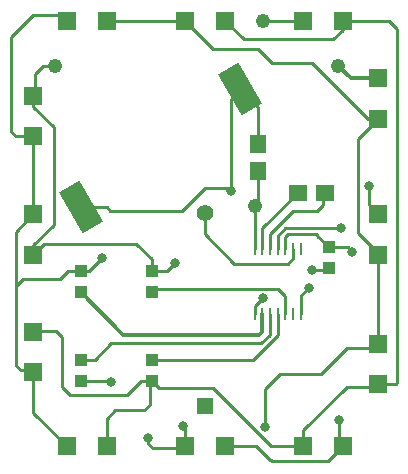
<source format=gbr>
%FSLAX23Y23*%
%MOIN*%
G04 EasyPC Gerber Version 16.0.6 Build 3249 *
%ADD15R,0.00984X0.03937*%
%ADD19R,0.03937X0.04291*%
%ADD80R,0.05500X0.06000*%
%ADD17R,0.05500X0.05500*%
%ADD14R,0.06300X0.06300*%
%ADD16R,0.06000X0.05500*%
%ADD21C,0.01000*%
%ADD23C,0.01181*%
%ADD22C,0.03200*%
%ADD20C,0.04800*%
%ADD18C,0.05500*%
%AMT71*0 Rectangle Pad at angle 30*21,1,0.07874,0.15748,0,0,30*%
%ADD71T71*%
X0Y0D02*
D02*
D14*
X4199Y4617D03*
Y4751D03*
Y5010D03*
Y5144D03*
Y5404D03*
Y5538D03*
X4310Y4373D03*
Y5790D03*
X4444Y4373D03*
Y5790D03*
X4703Y4373D03*
Y5790D03*
X4837Y4373D03*
Y5790D03*
X5097Y4373D03*
Y5790D03*
X5231Y4373D03*
Y5790D03*
X5349Y4577D03*
Y4711D03*
Y5010D03*
Y5144D03*
Y5463D03*
Y5597D03*
D02*
D15*
X4937Y4812D03*
Y5028D03*
X4962Y4812D03*
Y5028D03*
X4988Y4812D03*
Y5028D03*
X5013Y4812D03*
Y5028D03*
X5039Y4812D03*
Y5028D03*
X5065Y4812D03*
Y5028D03*
X5090Y4812D03*
Y5028D03*
D02*
D16*
X5080Y5215D03*
X5170D03*
D02*
D17*
X4770Y4506D03*
D02*
D18*
Y5150D03*
D02*
D19*
X4357Y4590D03*
Y4660D03*
Y4885D03*
Y4955D03*
X4593Y4590D03*
Y4660D03*
Y4885D03*
Y4955D03*
X5184Y4964D03*
Y5034D03*
D02*
D71*
X4357Y5168D03*
X4888Y5562D03*
D02*
D20*
X4270Y5640D03*
X4936Y5172D03*
X4963Y5790D03*
X5215Y5640D03*
D02*
D21*
X4140Y4900D02*
Y5085D01*
X4199Y5144*
X4140Y4900D02*
Y4640D01*
X4156Y4625*
X4191*
X4199Y4617*
Y4483*
X4310Y4373*
X4199Y5010D02*
Y5042D01*
X4266Y5109*
Y5436*
X4199Y5503*
Y5538*
Y5404D02*
X4140D01*
X4125Y5420*
Y5735*
X4199Y5810*
X4290*
X4310Y5790*
X4199Y5404D02*
Y5144D01*
X4270Y5640D02*
X4231D01*
X4203Y5613*
Y5542*
X4199Y5538*
X4357Y4590D02*
X4455D01*
X4459Y4585*
X4357Y4660D02*
X4404D01*
X4459Y4715*
X4959*
X4987Y4743*
Y4811*
X4988Y4812*
X4357Y4955D02*
X4384D01*
X4428Y4999*
X4357Y4955D02*
X4313D01*
X4286Y4928*
X4164*
X4140Y4904*
Y4900*
X4357Y5168D02*
X4443D01*
X4455Y5156*
X4695*
X4770Y5231*
X4857*
Y5223*
X4444Y4373D02*
Y4463D01*
X4471Y4491*
X4569*
X4589Y4510*
Y4586*
X4593Y4590*
X4444Y5790D02*
X4703D01*
X4581Y4400D02*
Y4380D01*
X4597Y4365*
X4695*
X4703Y4373*
X4593Y4590D02*
X4558D01*
X4510Y4542*
X4321*
X4294Y4569*
Y4735*
X4274Y4754*
X4203*
X4199Y4751*
X4593Y4660D02*
X4931D01*
X5014Y4743*
Y4811*
X5013Y4812*
X4593Y4885D02*
Y4896D01*
X5014*
X5038Y4872*
Y4816*
X5039Y4815*
Y4812*
X4593Y4955D02*
X4644D01*
X4672Y4983*
X4593Y4955D02*
Y4995D01*
X4542Y5046*
X4235*
X4199Y5010*
X4703Y4373D02*
Y4436D01*
X4699Y4440*
X4837Y4373D02*
X4940D01*
X4987Y4325*
X4991*
X4995Y4321*
X5180*
X5231Y4373*
X4857Y5223D02*
Y5530D01*
X4888Y5562*
X4937Y4812D02*
Y4838D01*
X4963Y4865*
X4937Y5028D02*
Y5171D01*
X4936Y5172*
X4947Y5288D02*
Y5184D01*
X4936Y5172*
X4947Y5378D02*
Y5503D01*
X4888Y5562*
X4962Y5028D02*
Y5098D01*
X5080Y5215*
X4971Y4436D02*
Y4562D01*
X5022Y4613*
X5156*
X5243Y4699*
X5337*
X5349Y4711*
X4988Y5028D02*
Y5078D01*
X5065Y5156*
X5144*
X5164Y5176*
Y5209*
X5170Y5215*
X5013Y5028D02*
Y5072D01*
X5038Y5097*
X5223*
X5039Y5028D02*
Y5070D01*
X5046Y5077*
X5144*
Y5073*
X5184Y5034*
X5065Y5028D02*
Y5000D01*
X5065Y4999*
X5046Y4979*
X4869*
X4770Y5077*
Y5150*
X5090Y4812D02*
Y4874D01*
X5117Y4900*
X5097Y4373D02*
X4991D01*
X4798Y4565*
X4617*
X4593Y4590*
X5097Y4373D02*
Y4424D01*
X5243Y4569*
X5341*
X5349Y4577*
X5097Y5790D02*
X4963D01*
X5128Y4959D02*
X5179D01*
X5184Y4964*
Y5034D02*
X5247D01*
X5262Y5018*
X5219Y4459D02*
Y4384D01*
X5231Y4373*
Y5790D02*
Y5758D01*
X5199Y5727*
X4900*
X4837Y5790*
X5317Y5239D02*
Y5176D01*
X5349Y5144*
Y4577D02*
X5408D01*
X5412Y4581*
Y5762*
X5384Y5790*
X5231*
X5349Y4711D02*
Y5010D01*
Y5014*
X5282Y5081*
Y5396*
X5349Y5463*
X5314*
X5128Y5648*
X4995*
X4947Y5695*
X4798*
X4703Y5790*
D02*
D22*
X4428Y4999D03*
X4459Y4585D03*
X4581Y4400D03*
X4672Y4983D03*
X4699Y4440D03*
X4857Y5223D03*
X4963Y4865D03*
X4971Y4436D03*
X5117Y4900D03*
X5128Y4959D03*
X5219Y4459D03*
X5223Y5097D03*
X5262Y5018D03*
X5317Y5239D03*
D02*
D23*
X4962Y4812D02*
Y4753D01*
X4951Y4743*
X4499*
X4357Y4885*
X5349Y5597D02*
X5258D01*
X5215Y5640*
D02*
D80*
X4947Y5288D03*
Y5378D03*
X0Y0D02*
M02*

</source>
